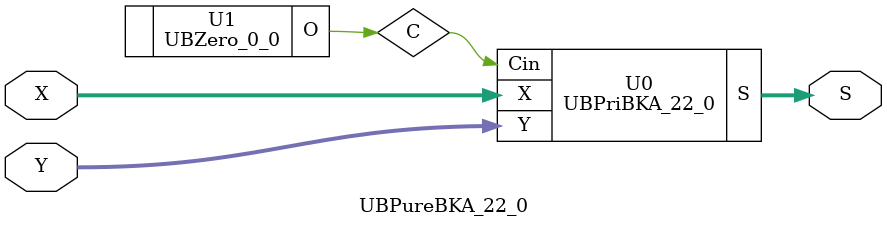
<source format=v>
/*----------------------------------------------------------------------------
  Copyright (c) 2021 Homma laboratory. All rights reserved.

  Top module: UBBKA_22_0_22_0

  Operand-1 length: 23
  Operand-2 length: 23
  Two-operand addition algorithm: Brent-Kung adder
----------------------------------------------------------------------------*/

module GPGenerator(Go, Po, A, B);
  output Go;
  output Po;
  input A;
  input B;
  assign Go = A & B;
  assign Po = A ^ B;
endmodule

module CarryOperator(Go, Po, Gi1, Pi1, Gi2, Pi2);
  output Go;
  output Po;
  input Gi1;
  input Gi2;
  input Pi1;
  input Pi2;
  assign Go = Gi1 | ( Gi2 & Pi1 );
  assign Po = Pi1 & Pi2;
endmodule

module UBPriBKA_22_0(S, X, Y, Cin);
  output [23:0] S;
  input Cin;
  input [22:0] X;
  input [22:0] Y;
  wire [22:0] G0;
  wire [22:0] G1;
  wire [22:0] G2;
  wire [22:0] G3;
  wire [22:0] G4;
  wire [22:0] G5;
  wire [22:0] G6;
  wire [22:0] G7;
  wire [22:0] G8;
  wire [22:0] P0;
  wire [22:0] P1;
  wire [22:0] P2;
  wire [22:0] P3;
  wire [22:0] P4;
  wire [22:0] P5;
  wire [22:0] P6;
  wire [22:0] P7;
  wire [22:0] P8;
  assign P1[0] = P0[0];
  assign G1[0] = G0[0];
  assign P1[2] = P0[2];
  assign G1[2] = G0[2];
  assign P1[4] = P0[4];
  assign G1[4] = G0[4];
  assign P1[6] = P0[6];
  assign G1[6] = G0[6];
  assign P1[8] = P0[8];
  assign G1[8] = G0[8];
  assign P1[10] = P0[10];
  assign G1[10] = G0[10];
  assign P1[12] = P0[12];
  assign G1[12] = G0[12];
  assign P1[14] = P0[14];
  assign G1[14] = G0[14];
  assign P1[16] = P0[16];
  assign G1[16] = G0[16];
  assign P1[18] = P0[18];
  assign G1[18] = G0[18];
  assign P1[20] = P0[20];
  assign G1[20] = G0[20];
  assign P1[22] = P0[22];
  assign G1[22] = G0[22];
  assign P2[0] = P1[0];
  assign G2[0] = G1[0];
  assign P2[1] = P1[1];
  assign G2[1] = G1[1];
  assign P2[2] = P1[2];
  assign G2[2] = G1[2];
  assign P2[4] = P1[4];
  assign G2[4] = G1[4];
  assign P2[5] = P1[5];
  assign G2[5] = G1[5];
  assign P2[6] = P1[6];
  assign G2[6] = G1[6];
  assign P2[8] = P1[8];
  assign G2[8] = G1[8];
  assign P2[9] = P1[9];
  assign G2[9] = G1[9];
  assign P2[10] = P1[10];
  assign G2[10] = G1[10];
  assign P2[12] = P1[12];
  assign G2[12] = G1[12];
  assign P2[13] = P1[13];
  assign G2[13] = G1[13];
  assign P2[14] = P1[14];
  assign G2[14] = G1[14];
  assign P2[16] = P1[16];
  assign G2[16] = G1[16];
  assign P2[17] = P1[17];
  assign G2[17] = G1[17];
  assign P2[18] = P1[18];
  assign G2[18] = G1[18];
  assign P2[20] = P1[20];
  assign G2[20] = G1[20];
  assign P2[21] = P1[21];
  assign G2[21] = G1[21];
  assign P2[22] = P1[22];
  assign G2[22] = G1[22];
  assign P3[0] = P2[0];
  assign G3[0] = G2[0];
  assign P3[1] = P2[1];
  assign G3[1] = G2[1];
  assign P3[2] = P2[2];
  assign G3[2] = G2[2];
  assign P3[3] = P2[3];
  assign G3[3] = G2[3];
  assign P3[4] = P2[4];
  assign G3[4] = G2[4];
  assign P3[5] = P2[5];
  assign G3[5] = G2[5];
  assign P3[6] = P2[6];
  assign G3[6] = G2[6];
  assign P3[8] = P2[8];
  assign G3[8] = G2[8];
  assign P3[9] = P2[9];
  assign G3[9] = G2[9];
  assign P3[10] = P2[10];
  assign G3[10] = G2[10];
  assign P3[11] = P2[11];
  assign G3[11] = G2[11];
  assign P3[12] = P2[12];
  assign G3[12] = G2[12];
  assign P3[13] = P2[13];
  assign G3[13] = G2[13];
  assign P3[14] = P2[14];
  assign G3[14] = G2[14];
  assign P3[16] = P2[16];
  assign G3[16] = G2[16];
  assign P3[17] = P2[17];
  assign G3[17] = G2[17];
  assign P3[18] = P2[18];
  assign G3[18] = G2[18];
  assign P3[19] = P2[19];
  assign G3[19] = G2[19];
  assign P3[20] = P2[20];
  assign G3[20] = G2[20];
  assign P3[21] = P2[21];
  assign G3[21] = G2[21];
  assign P3[22] = P2[22];
  assign G3[22] = G2[22];
  assign P4[0] = P3[0];
  assign G4[0] = G3[0];
  assign P4[1] = P3[1];
  assign G4[1] = G3[1];
  assign P4[2] = P3[2];
  assign G4[2] = G3[2];
  assign P4[3] = P3[3];
  assign G4[3] = G3[3];
  assign P4[4] = P3[4];
  assign G4[4] = G3[4];
  assign P4[5] = P3[5];
  assign G4[5] = G3[5];
  assign P4[6] = P3[6];
  assign G4[6] = G3[6];
  assign P4[7] = P3[7];
  assign G4[7] = G3[7];
  assign P4[8] = P3[8];
  assign G4[8] = G3[8];
  assign P4[9] = P3[9];
  assign G4[9] = G3[9];
  assign P4[10] = P3[10];
  assign G4[10] = G3[10];
  assign P4[11] = P3[11];
  assign G4[11] = G3[11];
  assign P4[12] = P3[12];
  assign G4[12] = G3[12];
  assign P4[13] = P3[13];
  assign G4[13] = G3[13];
  assign P4[14] = P3[14];
  assign G4[14] = G3[14];
  assign P4[16] = P3[16];
  assign G4[16] = G3[16];
  assign P4[17] = P3[17];
  assign G4[17] = G3[17];
  assign P4[18] = P3[18];
  assign G4[18] = G3[18];
  assign P4[19] = P3[19];
  assign G4[19] = G3[19];
  assign P4[20] = P3[20];
  assign G4[20] = G3[20];
  assign P4[21] = P3[21];
  assign G4[21] = G3[21];
  assign P4[22] = P3[22];
  assign G4[22] = G3[22];
  assign P5[0] = P4[0];
  assign G5[0] = G4[0];
  assign P5[1] = P4[1];
  assign G5[1] = G4[1];
  assign P5[2] = P4[2];
  assign G5[2] = G4[2];
  assign P5[3] = P4[3];
  assign G5[3] = G4[3];
  assign P5[4] = P4[4];
  assign G5[4] = G4[4];
  assign P5[5] = P4[5];
  assign G5[5] = G4[5];
  assign P5[6] = P4[6];
  assign G5[6] = G4[6];
  assign P5[7] = P4[7];
  assign G5[7] = G4[7];
  assign P5[8] = P4[8];
  assign G5[8] = G4[8];
  assign P5[9] = P4[9];
  assign G5[9] = G4[9];
  assign P5[10] = P4[10];
  assign G5[10] = G4[10];
  assign P5[11] = P4[11];
  assign G5[11] = G4[11];
  assign P5[12] = P4[12];
  assign G5[12] = G4[12];
  assign P5[13] = P4[13];
  assign G5[13] = G4[13];
  assign P5[14] = P4[14];
  assign G5[14] = G4[14];
  assign P5[15] = P4[15];
  assign G5[15] = G4[15];
  assign P5[16] = P4[16];
  assign G5[16] = G4[16];
  assign P5[17] = P4[17];
  assign G5[17] = G4[17];
  assign P5[18] = P4[18];
  assign G5[18] = G4[18];
  assign P5[19] = P4[19];
  assign G5[19] = G4[19];
  assign P5[20] = P4[20];
  assign G5[20] = G4[20];
  assign P5[21] = P4[21];
  assign G5[21] = G4[21];
  assign P5[22] = P4[22];
  assign G5[22] = G4[22];
  assign P6[0] = P5[0];
  assign G6[0] = G5[0];
  assign P6[1] = P5[1];
  assign G6[1] = G5[1];
  assign P6[2] = P5[2];
  assign G6[2] = G5[2];
  assign P6[3] = P5[3];
  assign G6[3] = G5[3];
  assign P6[4] = P5[4];
  assign G6[4] = G5[4];
  assign P6[5] = P5[5];
  assign G6[5] = G5[5];
  assign P6[6] = P5[6];
  assign G6[6] = G5[6];
  assign P6[7] = P5[7];
  assign G6[7] = G5[7];
  assign P6[8] = P5[8];
  assign G6[8] = G5[8];
  assign P6[9] = P5[9];
  assign G6[9] = G5[9];
  assign P6[10] = P5[10];
  assign G6[10] = G5[10];
  assign P6[12] = P5[12];
  assign G6[12] = G5[12];
  assign P6[13] = P5[13];
  assign G6[13] = G5[13];
  assign P6[14] = P5[14];
  assign G6[14] = G5[14];
  assign P6[15] = P5[15];
  assign G6[15] = G5[15];
  assign P6[16] = P5[16];
  assign G6[16] = G5[16];
  assign P6[17] = P5[17];
  assign G6[17] = G5[17];
  assign P6[18] = P5[18];
  assign G6[18] = G5[18];
  assign P6[20] = P5[20];
  assign G6[20] = G5[20];
  assign P6[21] = P5[21];
  assign G6[21] = G5[21];
  assign P6[22] = P5[22];
  assign G6[22] = G5[22];
  assign P7[0] = P6[0];
  assign G7[0] = G6[0];
  assign P7[1] = P6[1];
  assign G7[1] = G6[1];
  assign P7[2] = P6[2];
  assign G7[2] = G6[2];
  assign P7[3] = P6[3];
  assign G7[3] = G6[3];
  assign P7[4] = P6[4];
  assign G7[4] = G6[4];
  assign P7[6] = P6[6];
  assign G7[6] = G6[6];
  assign P7[7] = P6[7];
  assign G7[7] = G6[7];
  assign P7[8] = P6[8];
  assign G7[8] = G6[8];
  assign P7[10] = P6[10];
  assign G7[10] = G6[10];
  assign P7[11] = P6[11];
  assign G7[11] = G6[11];
  assign P7[12] = P6[12];
  assign G7[12] = G6[12];
  assign P7[14] = P6[14];
  assign G7[14] = G6[14];
  assign P7[15] = P6[15];
  assign G7[15] = G6[15];
  assign P7[16] = P6[16];
  assign G7[16] = G6[16];
  assign P7[18] = P6[18];
  assign G7[18] = G6[18];
  assign P7[19] = P6[19];
  assign G7[19] = G6[19];
  assign P7[20] = P6[20];
  assign G7[20] = G6[20];
  assign P7[22] = P6[22];
  assign G7[22] = G6[22];
  assign P8[0] = P7[0];
  assign G8[0] = G7[0];
  assign P8[1] = P7[1];
  assign G8[1] = G7[1];
  assign P8[3] = P7[3];
  assign G8[3] = G7[3];
  assign P8[5] = P7[5];
  assign G8[5] = G7[5];
  assign P8[7] = P7[7];
  assign G8[7] = G7[7];
  assign P8[9] = P7[9];
  assign G8[9] = G7[9];
  assign P8[11] = P7[11];
  assign G8[11] = G7[11];
  assign P8[13] = P7[13];
  assign G8[13] = G7[13];
  assign P8[15] = P7[15];
  assign G8[15] = G7[15];
  assign P8[17] = P7[17];
  assign G8[17] = G7[17];
  assign P8[19] = P7[19];
  assign G8[19] = G7[19];
  assign P8[21] = P7[21];
  assign G8[21] = G7[21];
  assign S[0] = Cin ^ P0[0];
  assign S[1] = ( G8[0] | ( P8[0] & Cin ) ) ^ P0[1];
  assign S[2] = ( G8[1] | ( P8[1] & Cin ) ) ^ P0[2];
  assign S[3] = ( G8[2] | ( P8[2] & Cin ) ) ^ P0[3];
  assign S[4] = ( G8[3] | ( P8[3] & Cin ) ) ^ P0[4];
  assign S[5] = ( G8[4] | ( P8[4] & Cin ) ) ^ P0[5];
  assign S[6] = ( G8[5] | ( P8[5] & Cin ) ) ^ P0[6];
  assign S[7] = ( G8[6] | ( P8[6] & Cin ) ) ^ P0[7];
  assign S[8] = ( G8[7] | ( P8[7] & Cin ) ) ^ P0[8];
  assign S[9] = ( G8[8] | ( P8[8] & Cin ) ) ^ P0[9];
  assign S[10] = ( G8[9] | ( P8[9] & Cin ) ) ^ P0[10];
  assign S[11] = ( G8[10] | ( P8[10] & Cin ) ) ^ P0[11];
  assign S[12] = ( G8[11] | ( P8[11] & Cin ) ) ^ P0[12];
  assign S[13] = ( G8[12] | ( P8[12] & Cin ) ) ^ P0[13];
  assign S[14] = ( G8[13] | ( P8[13] & Cin ) ) ^ P0[14];
  assign S[15] = ( G8[14] | ( P8[14] & Cin ) ) ^ P0[15];
  assign S[16] = ( G8[15] | ( P8[15] & Cin ) ) ^ P0[16];
  assign S[17] = ( G8[16] | ( P8[16] & Cin ) ) ^ P0[17];
  assign S[18] = ( G8[17] | ( P8[17] & Cin ) ) ^ P0[18];
  assign S[19] = ( G8[18] | ( P8[18] & Cin ) ) ^ P0[19];
  assign S[20] = ( G8[19] | ( P8[19] & Cin ) ) ^ P0[20];
  assign S[21] = ( G8[20] | ( P8[20] & Cin ) ) ^ P0[21];
  assign S[22] = ( G8[21] | ( P8[21] & Cin ) ) ^ P0[22];
  assign S[23] = G8[22] | ( P8[22] & Cin );
  GPGenerator U0 (G0[0], P0[0], X[0], Y[0]);
  GPGenerator U1 (G0[1], P0[1], X[1], Y[1]);
  GPGenerator U2 (G0[2], P0[2], X[2], Y[2]);
  GPGenerator U3 (G0[3], P0[3], X[3], Y[3]);
  GPGenerator U4 (G0[4], P0[4], X[4], Y[4]);
  GPGenerator U5 (G0[5], P0[5], X[5], Y[5]);
  GPGenerator U6 (G0[6], P0[6], X[6], Y[6]);
  GPGenerator U7 (G0[7], P0[7], X[7], Y[7]);
  GPGenerator U8 (G0[8], P0[8], X[8], Y[8]);
  GPGenerator U9 (G0[9], P0[9], X[9], Y[9]);
  GPGenerator U10 (G0[10], P0[10], X[10], Y[10]);
  GPGenerator U11 (G0[11], P0[11], X[11], Y[11]);
  GPGenerator U12 (G0[12], P0[12], X[12], Y[12]);
  GPGenerator U13 (G0[13], P0[13], X[13], Y[13]);
  GPGenerator U14 (G0[14], P0[14], X[14], Y[14]);
  GPGenerator U15 (G0[15], P0[15], X[15], Y[15]);
  GPGenerator U16 (G0[16], P0[16], X[16], Y[16]);
  GPGenerator U17 (G0[17], P0[17], X[17], Y[17]);
  GPGenerator U18 (G0[18], P0[18], X[18], Y[18]);
  GPGenerator U19 (G0[19], P0[19], X[19], Y[19]);
  GPGenerator U20 (G0[20], P0[20], X[20], Y[20]);
  GPGenerator U21 (G0[21], P0[21], X[21], Y[21]);
  GPGenerator U22 (G0[22], P0[22], X[22], Y[22]);
  CarryOperator U23 (G1[1], P1[1], G0[1], P0[1], G0[0], P0[0]);
  CarryOperator U24 (G1[3], P1[3], G0[3], P0[3], G0[2], P0[2]);
  CarryOperator U25 (G1[5], P1[5], G0[5], P0[5], G0[4], P0[4]);
  CarryOperator U26 (G1[7], P1[7], G0[7], P0[7], G0[6], P0[6]);
  CarryOperator U27 (G1[9], P1[9], G0[9], P0[9], G0[8], P0[8]);
  CarryOperator U28 (G1[11], P1[11], G0[11], P0[11], G0[10], P0[10]);
  CarryOperator U29 (G1[13], P1[13], G0[13], P0[13], G0[12], P0[12]);
  CarryOperator U30 (G1[15], P1[15], G0[15], P0[15], G0[14], P0[14]);
  CarryOperator U31 (G1[17], P1[17], G0[17], P0[17], G0[16], P0[16]);
  CarryOperator U32 (G1[19], P1[19], G0[19], P0[19], G0[18], P0[18]);
  CarryOperator U33 (G1[21], P1[21], G0[21], P0[21], G0[20], P0[20]);
  CarryOperator U34 (G2[3], P2[3], G1[3], P1[3], G1[1], P1[1]);
  CarryOperator U35 (G2[7], P2[7], G1[7], P1[7], G1[5], P1[5]);
  CarryOperator U36 (G2[11], P2[11], G1[11], P1[11], G1[9], P1[9]);
  CarryOperator U37 (G2[15], P2[15], G1[15], P1[15], G1[13], P1[13]);
  CarryOperator U38 (G2[19], P2[19], G1[19], P1[19], G1[17], P1[17]);
  CarryOperator U39 (G3[7], P3[7], G2[7], P2[7], G2[3], P2[3]);
  CarryOperator U40 (G3[15], P3[15], G2[15], P2[15], G2[11], P2[11]);
  CarryOperator U41 (G4[15], P4[15], G3[15], P3[15], G3[7], P3[7]);
  CarryOperator U42 (G6[11], P6[11], G5[11], P5[11], G5[7], P5[7]);
  CarryOperator U43 (G6[19], P6[19], G5[19], P5[19], G5[15], P5[15]);
  CarryOperator U44 (G7[5], P7[5], G6[5], P6[5], G6[3], P6[3]);
  CarryOperator U45 (G7[9], P7[9], G6[9], P6[9], G6[7], P6[7]);
  CarryOperator U46 (G7[13], P7[13], G6[13], P6[13], G6[11], P6[11]);
  CarryOperator U47 (G7[17], P7[17], G6[17], P6[17], G6[15], P6[15]);
  CarryOperator U48 (G7[21], P7[21], G6[21], P6[21], G6[19], P6[19]);
  CarryOperator U49 (G8[2], P8[2], G7[2], P7[2], G7[1], P7[1]);
  CarryOperator U50 (G8[4], P8[4], G7[4], P7[4], G7[3], P7[3]);
  CarryOperator U51 (G8[6], P8[6], G7[6], P7[6], G7[5], P7[5]);
  CarryOperator U52 (G8[8], P8[8], G7[8], P7[8], G7[7], P7[7]);
  CarryOperator U53 (G8[10], P8[10], G7[10], P7[10], G7[9], P7[9]);
  CarryOperator U54 (G8[12], P8[12], G7[12], P7[12], G7[11], P7[11]);
  CarryOperator U55 (G8[14], P8[14], G7[14], P7[14], G7[13], P7[13]);
  CarryOperator U56 (G8[16], P8[16], G7[16], P7[16], G7[15], P7[15]);
  CarryOperator U57 (G8[18], P8[18], G7[18], P7[18], G7[17], P7[17]);
  CarryOperator U58 (G8[20], P8[20], G7[20], P7[20], G7[19], P7[19]);
  CarryOperator U59 (G8[22], P8[22], G7[22], P7[22], G7[21], P7[21]);
endmodule

module UBZero_0_0(O);
  output [0:0] O;
  assign O[0] = 0;
endmodule

module UBBKA_22_0_22_0 (S, X, Y);
  output [23:0] S;
  input [22:0] X;
  input [22:0] Y;
  UBPureBKA_22_0 U0 (S[23:0], X[22:0], Y[22:0]);
endmodule

module UBPureBKA_22_0 (S, X, Y);
  output [23:0] S;
  input [22:0] X;
  input [22:0] Y;
  wire C;
  UBPriBKA_22_0 U0 (S, X, Y, C);
  UBZero_0_0 U1 (C);
endmodule


</source>
